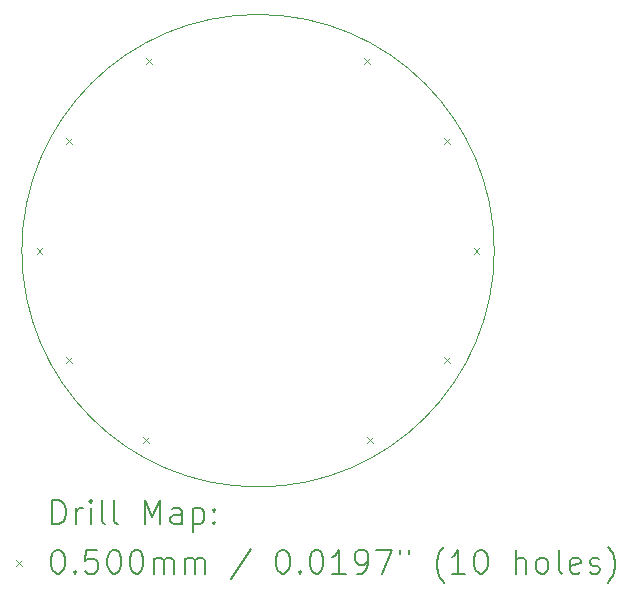
<source format=gbr>
%TF.GenerationSoftware,KiCad,Pcbnew,8.0.7*%
%TF.CreationDate,2024-12-04T22:18:50-06:00*%
%TF.ProjectId,b4,62342e6b-6963-4616-945f-706362585858,rev?*%
%TF.SameCoordinates,Original*%
%TF.FileFunction,Drillmap*%
%TF.FilePolarity,Positive*%
%FSLAX45Y45*%
G04 Gerber Fmt 4.5, Leading zero omitted, Abs format (unit mm)*
G04 Created by KiCad (PCBNEW 8.0.7) date 2024-12-04 22:18:50*
%MOMM*%
%LPD*%
G01*
G04 APERTURE LIST*
%ADD10C,0.050000*%
%ADD11C,0.200000*%
%ADD12C,0.100000*%
G04 APERTURE END LIST*
D10*
X17000000Y-5000000D02*
G75*
G02*
X13000000Y-5000000I-2000000J0D01*
G01*
X13000000Y-5000000D02*
G75*
G02*
X17000000Y-5000000I2000000J0D01*
G01*
D11*
D12*
X13125000Y-4975000D02*
X13175000Y-5025000D01*
X13175000Y-4975000D02*
X13125000Y-5025000D01*
X13372853Y-4050000D02*
X13422853Y-4100000D01*
X13422853Y-4050000D02*
X13372853Y-4100000D01*
X13372853Y-5900000D02*
X13422853Y-5950000D01*
X13422853Y-5900000D02*
X13372853Y-5950000D01*
X14025000Y-6577147D02*
X14075000Y-6627147D01*
X14075000Y-6577147D02*
X14025000Y-6627147D01*
X14050000Y-3372853D02*
X14100000Y-3422853D01*
X14100000Y-3372853D02*
X14050000Y-3422853D01*
X15900000Y-3372853D02*
X15950000Y-3422853D01*
X15950000Y-3372853D02*
X15900000Y-3422853D01*
X15925000Y-6577147D02*
X15975000Y-6627147D01*
X15975000Y-6577147D02*
X15925000Y-6627147D01*
X16577147Y-4050000D02*
X16627147Y-4100000D01*
X16627147Y-4050000D02*
X16577147Y-4100000D01*
X16577147Y-5900000D02*
X16627147Y-5950000D01*
X16627147Y-5900000D02*
X16577147Y-5950000D01*
X16825000Y-4975000D02*
X16875000Y-5025000D01*
X16875000Y-4975000D02*
X16825000Y-5025000D01*
D11*
X13258277Y-7313984D02*
X13258277Y-7113984D01*
X13258277Y-7113984D02*
X13305896Y-7113984D01*
X13305896Y-7113984D02*
X13334467Y-7123508D01*
X13334467Y-7123508D02*
X13353515Y-7142555D01*
X13353515Y-7142555D02*
X13363039Y-7161603D01*
X13363039Y-7161603D02*
X13372562Y-7199698D01*
X13372562Y-7199698D02*
X13372562Y-7228269D01*
X13372562Y-7228269D02*
X13363039Y-7266365D01*
X13363039Y-7266365D02*
X13353515Y-7285412D01*
X13353515Y-7285412D02*
X13334467Y-7304460D01*
X13334467Y-7304460D02*
X13305896Y-7313984D01*
X13305896Y-7313984D02*
X13258277Y-7313984D01*
X13458277Y-7313984D02*
X13458277Y-7180650D01*
X13458277Y-7218746D02*
X13467801Y-7199698D01*
X13467801Y-7199698D02*
X13477324Y-7190174D01*
X13477324Y-7190174D02*
X13496372Y-7180650D01*
X13496372Y-7180650D02*
X13515420Y-7180650D01*
X13582086Y-7313984D02*
X13582086Y-7180650D01*
X13582086Y-7113984D02*
X13572562Y-7123508D01*
X13572562Y-7123508D02*
X13582086Y-7133031D01*
X13582086Y-7133031D02*
X13591610Y-7123508D01*
X13591610Y-7123508D02*
X13582086Y-7113984D01*
X13582086Y-7113984D02*
X13582086Y-7133031D01*
X13705896Y-7313984D02*
X13686848Y-7304460D01*
X13686848Y-7304460D02*
X13677324Y-7285412D01*
X13677324Y-7285412D02*
X13677324Y-7113984D01*
X13810658Y-7313984D02*
X13791610Y-7304460D01*
X13791610Y-7304460D02*
X13782086Y-7285412D01*
X13782086Y-7285412D02*
X13782086Y-7113984D01*
X14039229Y-7313984D02*
X14039229Y-7113984D01*
X14039229Y-7113984D02*
X14105896Y-7256841D01*
X14105896Y-7256841D02*
X14172562Y-7113984D01*
X14172562Y-7113984D02*
X14172562Y-7313984D01*
X14353515Y-7313984D02*
X14353515Y-7209222D01*
X14353515Y-7209222D02*
X14343991Y-7190174D01*
X14343991Y-7190174D02*
X14324943Y-7180650D01*
X14324943Y-7180650D02*
X14286848Y-7180650D01*
X14286848Y-7180650D02*
X14267801Y-7190174D01*
X14353515Y-7304460D02*
X14334467Y-7313984D01*
X14334467Y-7313984D02*
X14286848Y-7313984D01*
X14286848Y-7313984D02*
X14267801Y-7304460D01*
X14267801Y-7304460D02*
X14258277Y-7285412D01*
X14258277Y-7285412D02*
X14258277Y-7266365D01*
X14258277Y-7266365D02*
X14267801Y-7247317D01*
X14267801Y-7247317D02*
X14286848Y-7237793D01*
X14286848Y-7237793D02*
X14334467Y-7237793D01*
X14334467Y-7237793D02*
X14353515Y-7228269D01*
X14448753Y-7180650D02*
X14448753Y-7380650D01*
X14448753Y-7190174D02*
X14467801Y-7180650D01*
X14467801Y-7180650D02*
X14505896Y-7180650D01*
X14505896Y-7180650D02*
X14524943Y-7190174D01*
X14524943Y-7190174D02*
X14534467Y-7199698D01*
X14534467Y-7199698D02*
X14543991Y-7218746D01*
X14543991Y-7218746D02*
X14543991Y-7275888D01*
X14543991Y-7275888D02*
X14534467Y-7294936D01*
X14534467Y-7294936D02*
X14524943Y-7304460D01*
X14524943Y-7304460D02*
X14505896Y-7313984D01*
X14505896Y-7313984D02*
X14467801Y-7313984D01*
X14467801Y-7313984D02*
X14448753Y-7304460D01*
X14629705Y-7294936D02*
X14639229Y-7304460D01*
X14639229Y-7304460D02*
X14629705Y-7313984D01*
X14629705Y-7313984D02*
X14620182Y-7304460D01*
X14620182Y-7304460D02*
X14629705Y-7294936D01*
X14629705Y-7294936D02*
X14629705Y-7313984D01*
X14629705Y-7190174D02*
X14639229Y-7199698D01*
X14639229Y-7199698D02*
X14629705Y-7209222D01*
X14629705Y-7209222D02*
X14620182Y-7199698D01*
X14620182Y-7199698D02*
X14629705Y-7190174D01*
X14629705Y-7190174D02*
X14629705Y-7209222D01*
D12*
X12947500Y-7617500D02*
X12997500Y-7667500D01*
X12997500Y-7617500D02*
X12947500Y-7667500D01*
D11*
X13296372Y-7533984D02*
X13315420Y-7533984D01*
X13315420Y-7533984D02*
X13334467Y-7543508D01*
X13334467Y-7543508D02*
X13343991Y-7553031D01*
X13343991Y-7553031D02*
X13353515Y-7572079D01*
X13353515Y-7572079D02*
X13363039Y-7610174D01*
X13363039Y-7610174D02*
X13363039Y-7657793D01*
X13363039Y-7657793D02*
X13353515Y-7695888D01*
X13353515Y-7695888D02*
X13343991Y-7714936D01*
X13343991Y-7714936D02*
X13334467Y-7724460D01*
X13334467Y-7724460D02*
X13315420Y-7733984D01*
X13315420Y-7733984D02*
X13296372Y-7733984D01*
X13296372Y-7733984D02*
X13277324Y-7724460D01*
X13277324Y-7724460D02*
X13267801Y-7714936D01*
X13267801Y-7714936D02*
X13258277Y-7695888D01*
X13258277Y-7695888D02*
X13248753Y-7657793D01*
X13248753Y-7657793D02*
X13248753Y-7610174D01*
X13248753Y-7610174D02*
X13258277Y-7572079D01*
X13258277Y-7572079D02*
X13267801Y-7553031D01*
X13267801Y-7553031D02*
X13277324Y-7543508D01*
X13277324Y-7543508D02*
X13296372Y-7533984D01*
X13448753Y-7714936D02*
X13458277Y-7724460D01*
X13458277Y-7724460D02*
X13448753Y-7733984D01*
X13448753Y-7733984D02*
X13439229Y-7724460D01*
X13439229Y-7724460D02*
X13448753Y-7714936D01*
X13448753Y-7714936D02*
X13448753Y-7733984D01*
X13639229Y-7533984D02*
X13543991Y-7533984D01*
X13543991Y-7533984D02*
X13534467Y-7629222D01*
X13534467Y-7629222D02*
X13543991Y-7619698D01*
X13543991Y-7619698D02*
X13563039Y-7610174D01*
X13563039Y-7610174D02*
X13610658Y-7610174D01*
X13610658Y-7610174D02*
X13629705Y-7619698D01*
X13629705Y-7619698D02*
X13639229Y-7629222D01*
X13639229Y-7629222D02*
X13648753Y-7648269D01*
X13648753Y-7648269D02*
X13648753Y-7695888D01*
X13648753Y-7695888D02*
X13639229Y-7714936D01*
X13639229Y-7714936D02*
X13629705Y-7724460D01*
X13629705Y-7724460D02*
X13610658Y-7733984D01*
X13610658Y-7733984D02*
X13563039Y-7733984D01*
X13563039Y-7733984D02*
X13543991Y-7724460D01*
X13543991Y-7724460D02*
X13534467Y-7714936D01*
X13772562Y-7533984D02*
X13791610Y-7533984D01*
X13791610Y-7533984D02*
X13810658Y-7543508D01*
X13810658Y-7543508D02*
X13820182Y-7553031D01*
X13820182Y-7553031D02*
X13829705Y-7572079D01*
X13829705Y-7572079D02*
X13839229Y-7610174D01*
X13839229Y-7610174D02*
X13839229Y-7657793D01*
X13839229Y-7657793D02*
X13829705Y-7695888D01*
X13829705Y-7695888D02*
X13820182Y-7714936D01*
X13820182Y-7714936D02*
X13810658Y-7724460D01*
X13810658Y-7724460D02*
X13791610Y-7733984D01*
X13791610Y-7733984D02*
X13772562Y-7733984D01*
X13772562Y-7733984D02*
X13753515Y-7724460D01*
X13753515Y-7724460D02*
X13743991Y-7714936D01*
X13743991Y-7714936D02*
X13734467Y-7695888D01*
X13734467Y-7695888D02*
X13724943Y-7657793D01*
X13724943Y-7657793D02*
X13724943Y-7610174D01*
X13724943Y-7610174D02*
X13734467Y-7572079D01*
X13734467Y-7572079D02*
X13743991Y-7553031D01*
X13743991Y-7553031D02*
X13753515Y-7543508D01*
X13753515Y-7543508D02*
X13772562Y-7533984D01*
X13963039Y-7533984D02*
X13982086Y-7533984D01*
X13982086Y-7533984D02*
X14001134Y-7543508D01*
X14001134Y-7543508D02*
X14010658Y-7553031D01*
X14010658Y-7553031D02*
X14020182Y-7572079D01*
X14020182Y-7572079D02*
X14029705Y-7610174D01*
X14029705Y-7610174D02*
X14029705Y-7657793D01*
X14029705Y-7657793D02*
X14020182Y-7695888D01*
X14020182Y-7695888D02*
X14010658Y-7714936D01*
X14010658Y-7714936D02*
X14001134Y-7724460D01*
X14001134Y-7724460D02*
X13982086Y-7733984D01*
X13982086Y-7733984D02*
X13963039Y-7733984D01*
X13963039Y-7733984D02*
X13943991Y-7724460D01*
X13943991Y-7724460D02*
X13934467Y-7714936D01*
X13934467Y-7714936D02*
X13924943Y-7695888D01*
X13924943Y-7695888D02*
X13915420Y-7657793D01*
X13915420Y-7657793D02*
X13915420Y-7610174D01*
X13915420Y-7610174D02*
X13924943Y-7572079D01*
X13924943Y-7572079D02*
X13934467Y-7553031D01*
X13934467Y-7553031D02*
X13943991Y-7543508D01*
X13943991Y-7543508D02*
X13963039Y-7533984D01*
X14115420Y-7733984D02*
X14115420Y-7600650D01*
X14115420Y-7619698D02*
X14124943Y-7610174D01*
X14124943Y-7610174D02*
X14143991Y-7600650D01*
X14143991Y-7600650D02*
X14172563Y-7600650D01*
X14172563Y-7600650D02*
X14191610Y-7610174D01*
X14191610Y-7610174D02*
X14201134Y-7629222D01*
X14201134Y-7629222D02*
X14201134Y-7733984D01*
X14201134Y-7629222D02*
X14210658Y-7610174D01*
X14210658Y-7610174D02*
X14229705Y-7600650D01*
X14229705Y-7600650D02*
X14258277Y-7600650D01*
X14258277Y-7600650D02*
X14277324Y-7610174D01*
X14277324Y-7610174D02*
X14286848Y-7629222D01*
X14286848Y-7629222D02*
X14286848Y-7733984D01*
X14382086Y-7733984D02*
X14382086Y-7600650D01*
X14382086Y-7619698D02*
X14391610Y-7610174D01*
X14391610Y-7610174D02*
X14410658Y-7600650D01*
X14410658Y-7600650D02*
X14439229Y-7600650D01*
X14439229Y-7600650D02*
X14458277Y-7610174D01*
X14458277Y-7610174D02*
X14467801Y-7629222D01*
X14467801Y-7629222D02*
X14467801Y-7733984D01*
X14467801Y-7629222D02*
X14477324Y-7610174D01*
X14477324Y-7610174D02*
X14496372Y-7600650D01*
X14496372Y-7600650D02*
X14524943Y-7600650D01*
X14524943Y-7600650D02*
X14543991Y-7610174D01*
X14543991Y-7610174D02*
X14553515Y-7629222D01*
X14553515Y-7629222D02*
X14553515Y-7733984D01*
X14943991Y-7524460D02*
X14772563Y-7781603D01*
X15201134Y-7533984D02*
X15220182Y-7533984D01*
X15220182Y-7533984D02*
X15239229Y-7543508D01*
X15239229Y-7543508D02*
X15248753Y-7553031D01*
X15248753Y-7553031D02*
X15258277Y-7572079D01*
X15258277Y-7572079D02*
X15267801Y-7610174D01*
X15267801Y-7610174D02*
X15267801Y-7657793D01*
X15267801Y-7657793D02*
X15258277Y-7695888D01*
X15258277Y-7695888D02*
X15248753Y-7714936D01*
X15248753Y-7714936D02*
X15239229Y-7724460D01*
X15239229Y-7724460D02*
X15220182Y-7733984D01*
X15220182Y-7733984D02*
X15201134Y-7733984D01*
X15201134Y-7733984D02*
X15182086Y-7724460D01*
X15182086Y-7724460D02*
X15172563Y-7714936D01*
X15172563Y-7714936D02*
X15163039Y-7695888D01*
X15163039Y-7695888D02*
X15153515Y-7657793D01*
X15153515Y-7657793D02*
X15153515Y-7610174D01*
X15153515Y-7610174D02*
X15163039Y-7572079D01*
X15163039Y-7572079D02*
X15172563Y-7553031D01*
X15172563Y-7553031D02*
X15182086Y-7543508D01*
X15182086Y-7543508D02*
X15201134Y-7533984D01*
X15353515Y-7714936D02*
X15363039Y-7724460D01*
X15363039Y-7724460D02*
X15353515Y-7733984D01*
X15353515Y-7733984D02*
X15343991Y-7724460D01*
X15343991Y-7724460D02*
X15353515Y-7714936D01*
X15353515Y-7714936D02*
X15353515Y-7733984D01*
X15486848Y-7533984D02*
X15505896Y-7533984D01*
X15505896Y-7533984D02*
X15524944Y-7543508D01*
X15524944Y-7543508D02*
X15534467Y-7553031D01*
X15534467Y-7553031D02*
X15543991Y-7572079D01*
X15543991Y-7572079D02*
X15553515Y-7610174D01*
X15553515Y-7610174D02*
X15553515Y-7657793D01*
X15553515Y-7657793D02*
X15543991Y-7695888D01*
X15543991Y-7695888D02*
X15534467Y-7714936D01*
X15534467Y-7714936D02*
X15524944Y-7724460D01*
X15524944Y-7724460D02*
X15505896Y-7733984D01*
X15505896Y-7733984D02*
X15486848Y-7733984D01*
X15486848Y-7733984D02*
X15467801Y-7724460D01*
X15467801Y-7724460D02*
X15458277Y-7714936D01*
X15458277Y-7714936D02*
X15448753Y-7695888D01*
X15448753Y-7695888D02*
X15439229Y-7657793D01*
X15439229Y-7657793D02*
X15439229Y-7610174D01*
X15439229Y-7610174D02*
X15448753Y-7572079D01*
X15448753Y-7572079D02*
X15458277Y-7553031D01*
X15458277Y-7553031D02*
X15467801Y-7543508D01*
X15467801Y-7543508D02*
X15486848Y-7533984D01*
X15743991Y-7733984D02*
X15629706Y-7733984D01*
X15686848Y-7733984D02*
X15686848Y-7533984D01*
X15686848Y-7533984D02*
X15667801Y-7562555D01*
X15667801Y-7562555D02*
X15648753Y-7581603D01*
X15648753Y-7581603D02*
X15629706Y-7591127D01*
X15839229Y-7733984D02*
X15877325Y-7733984D01*
X15877325Y-7733984D02*
X15896372Y-7724460D01*
X15896372Y-7724460D02*
X15905896Y-7714936D01*
X15905896Y-7714936D02*
X15924944Y-7686365D01*
X15924944Y-7686365D02*
X15934467Y-7648269D01*
X15934467Y-7648269D02*
X15934467Y-7572079D01*
X15934467Y-7572079D02*
X15924944Y-7553031D01*
X15924944Y-7553031D02*
X15915420Y-7543508D01*
X15915420Y-7543508D02*
X15896372Y-7533984D01*
X15896372Y-7533984D02*
X15858277Y-7533984D01*
X15858277Y-7533984D02*
X15839229Y-7543508D01*
X15839229Y-7543508D02*
X15829706Y-7553031D01*
X15829706Y-7553031D02*
X15820182Y-7572079D01*
X15820182Y-7572079D02*
X15820182Y-7619698D01*
X15820182Y-7619698D02*
X15829706Y-7638746D01*
X15829706Y-7638746D02*
X15839229Y-7648269D01*
X15839229Y-7648269D02*
X15858277Y-7657793D01*
X15858277Y-7657793D02*
X15896372Y-7657793D01*
X15896372Y-7657793D02*
X15915420Y-7648269D01*
X15915420Y-7648269D02*
X15924944Y-7638746D01*
X15924944Y-7638746D02*
X15934467Y-7619698D01*
X16001134Y-7533984D02*
X16134467Y-7533984D01*
X16134467Y-7533984D02*
X16048753Y-7733984D01*
X16201134Y-7533984D02*
X16201134Y-7572079D01*
X16277325Y-7533984D02*
X16277325Y-7572079D01*
X16572563Y-7810174D02*
X16563039Y-7800650D01*
X16563039Y-7800650D02*
X16543991Y-7772079D01*
X16543991Y-7772079D02*
X16534468Y-7753031D01*
X16534468Y-7753031D02*
X16524944Y-7724460D01*
X16524944Y-7724460D02*
X16515420Y-7676841D01*
X16515420Y-7676841D02*
X16515420Y-7638746D01*
X16515420Y-7638746D02*
X16524944Y-7591127D01*
X16524944Y-7591127D02*
X16534468Y-7562555D01*
X16534468Y-7562555D02*
X16543991Y-7543508D01*
X16543991Y-7543508D02*
X16563039Y-7514936D01*
X16563039Y-7514936D02*
X16572563Y-7505412D01*
X16753515Y-7733984D02*
X16639229Y-7733984D01*
X16696372Y-7733984D02*
X16696372Y-7533984D01*
X16696372Y-7533984D02*
X16677325Y-7562555D01*
X16677325Y-7562555D02*
X16658277Y-7581603D01*
X16658277Y-7581603D02*
X16639229Y-7591127D01*
X16877325Y-7533984D02*
X16896372Y-7533984D01*
X16896372Y-7533984D02*
X16915420Y-7543508D01*
X16915420Y-7543508D02*
X16924944Y-7553031D01*
X16924944Y-7553031D02*
X16934468Y-7572079D01*
X16934468Y-7572079D02*
X16943991Y-7610174D01*
X16943991Y-7610174D02*
X16943991Y-7657793D01*
X16943991Y-7657793D02*
X16934468Y-7695888D01*
X16934468Y-7695888D02*
X16924944Y-7714936D01*
X16924944Y-7714936D02*
X16915420Y-7724460D01*
X16915420Y-7724460D02*
X16896372Y-7733984D01*
X16896372Y-7733984D02*
X16877325Y-7733984D01*
X16877325Y-7733984D02*
X16858277Y-7724460D01*
X16858277Y-7724460D02*
X16848753Y-7714936D01*
X16848753Y-7714936D02*
X16839230Y-7695888D01*
X16839230Y-7695888D02*
X16829706Y-7657793D01*
X16829706Y-7657793D02*
X16829706Y-7610174D01*
X16829706Y-7610174D02*
X16839230Y-7572079D01*
X16839230Y-7572079D02*
X16848753Y-7553031D01*
X16848753Y-7553031D02*
X16858277Y-7543508D01*
X16858277Y-7543508D02*
X16877325Y-7533984D01*
X17182087Y-7733984D02*
X17182087Y-7533984D01*
X17267801Y-7733984D02*
X17267801Y-7629222D01*
X17267801Y-7629222D02*
X17258277Y-7610174D01*
X17258277Y-7610174D02*
X17239230Y-7600650D01*
X17239230Y-7600650D02*
X17210658Y-7600650D01*
X17210658Y-7600650D02*
X17191611Y-7610174D01*
X17191611Y-7610174D02*
X17182087Y-7619698D01*
X17391611Y-7733984D02*
X17372563Y-7724460D01*
X17372563Y-7724460D02*
X17363039Y-7714936D01*
X17363039Y-7714936D02*
X17353515Y-7695888D01*
X17353515Y-7695888D02*
X17353515Y-7638746D01*
X17353515Y-7638746D02*
X17363039Y-7619698D01*
X17363039Y-7619698D02*
X17372563Y-7610174D01*
X17372563Y-7610174D02*
X17391611Y-7600650D01*
X17391611Y-7600650D02*
X17420182Y-7600650D01*
X17420182Y-7600650D02*
X17439230Y-7610174D01*
X17439230Y-7610174D02*
X17448753Y-7619698D01*
X17448753Y-7619698D02*
X17458277Y-7638746D01*
X17458277Y-7638746D02*
X17458277Y-7695888D01*
X17458277Y-7695888D02*
X17448753Y-7714936D01*
X17448753Y-7714936D02*
X17439230Y-7724460D01*
X17439230Y-7724460D02*
X17420182Y-7733984D01*
X17420182Y-7733984D02*
X17391611Y-7733984D01*
X17572563Y-7733984D02*
X17553515Y-7724460D01*
X17553515Y-7724460D02*
X17543992Y-7705412D01*
X17543992Y-7705412D02*
X17543992Y-7533984D01*
X17724944Y-7724460D02*
X17705896Y-7733984D01*
X17705896Y-7733984D02*
X17667801Y-7733984D01*
X17667801Y-7733984D02*
X17648753Y-7724460D01*
X17648753Y-7724460D02*
X17639230Y-7705412D01*
X17639230Y-7705412D02*
X17639230Y-7629222D01*
X17639230Y-7629222D02*
X17648753Y-7610174D01*
X17648753Y-7610174D02*
X17667801Y-7600650D01*
X17667801Y-7600650D02*
X17705896Y-7600650D01*
X17705896Y-7600650D02*
X17724944Y-7610174D01*
X17724944Y-7610174D02*
X17734468Y-7629222D01*
X17734468Y-7629222D02*
X17734468Y-7648269D01*
X17734468Y-7648269D02*
X17639230Y-7667317D01*
X17810658Y-7724460D02*
X17829706Y-7733984D01*
X17829706Y-7733984D02*
X17867801Y-7733984D01*
X17867801Y-7733984D02*
X17886849Y-7724460D01*
X17886849Y-7724460D02*
X17896373Y-7705412D01*
X17896373Y-7705412D02*
X17896373Y-7695888D01*
X17896373Y-7695888D02*
X17886849Y-7676841D01*
X17886849Y-7676841D02*
X17867801Y-7667317D01*
X17867801Y-7667317D02*
X17839230Y-7667317D01*
X17839230Y-7667317D02*
X17820182Y-7657793D01*
X17820182Y-7657793D02*
X17810658Y-7638746D01*
X17810658Y-7638746D02*
X17810658Y-7629222D01*
X17810658Y-7629222D02*
X17820182Y-7610174D01*
X17820182Y-7610174D02*
X17839230Y-7600650D01*
X17839230Y-7600650D02*
X17867801Y-7600650D01*
X17867801Y-7600650D02*
X17886849Y-7610174D01*
X17963039Y-7810174D02*
X17972563Y-7800650D01*
X17972563Y-7800650D02*
X17991611Y-7772079D01*
X17991611Y-7772079D02*
X18001134Y-7753031D01*
X18001134Y-7753031D02*
X18010658Y-7724460D01*
X18010658Y-7724460D02*
X18020182Y-7676841D01*
X18020182Y-7676841D02*
X18020182Y-7638746D01*
X18020182Y-7638746D02*
X18010658Y-7591127D01*
X18010658Y-7591127D02*
X18001134Y-7562555D01*
X18001134Y-7562555D02*
X17991611Y-7543508D01*
X17991611Y-7543508D02*
X17972563Y-7514936D01*
X17972563Y-7514936D02*
X17963039Y-7505412D01*
M02*

</source>
